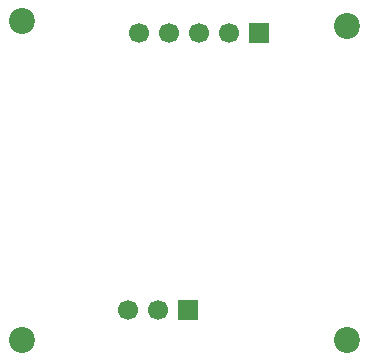
<source format=gbr>
%TF.GenerationSoftware,KiCad,Pcbnew,9.0.3*%
%TF.CreationDate,2025-08-01T20:51:34+05:30*%
%TF.ProjectId,BQ27621-G1_Breakout_Board_v1,42513237-3632-4312-9d47-315f42726561,rev?*%
%TF.SameCoordinates,Original*%
%TF.FileFunction,Soldermask,Bot*%
%TF.FilePolarity,Negative*%
%FSLAX46Y46*%
G04 Gerber Fmt 4.6, Leading zero omitted, Abs format (unit mm)*
G04 Created by KiCad (PCBNEW 9.0.3) date 2025-08-01 20:51:34*
%MOMM*%
%LPD*%
G01*
G04 APERTURE LIST*
%ADD10R,1.700000X1.700000*%
%ADD11C,1.700000*%
%ADD12C,2.200000*%
G04 APERTURE END LIST*
D10*
%TO.C,J1*%
X146780000Y-83550000D03*
D11*
X144240000Y-83550000D03*
X141700000Y-83550000D03*
X139160000Y-83550000D03*
X136620000Y-83550000D03*
%TD*%
D12*
%TO.C,H4*%
X154200000Y-109550000D03*
%TD*%
%TO.C,H3*%
X126700000Y-109550000D03*
%TD*%
%TO.C,H1*%
X126700000Y-82550000D03*
%TD*%
D10*
%TO.C,J2*%
X140800000Y-106950000D03*
D11*
X138260000Y-106950000D03*
X135720000Y-106950000D03*
%TD*%
D12*
%TO.C,H2*%
X154200000Y-82950000D03*
%TD*%
M02*

</source>
